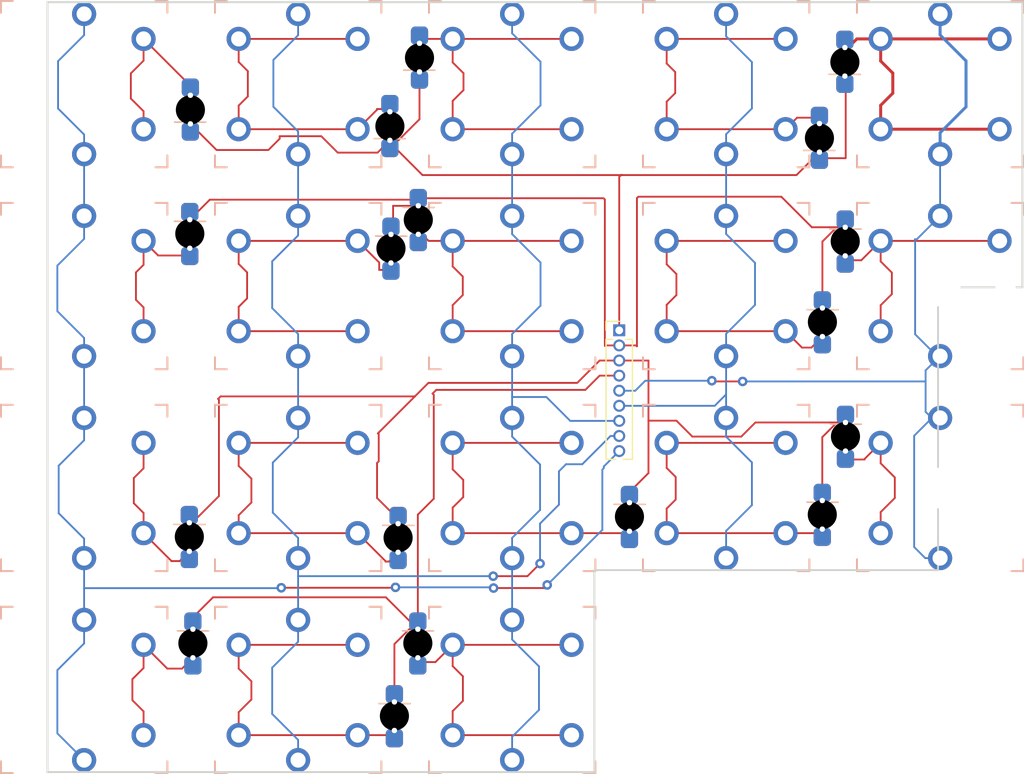
<source format=kicad_pcb>
(kicad_pcb (version 20211014) (generator pcbnew)
  (layers (0 "F.Cu" signal) (31 "B.Cu" signal) (34 "B.Paste" user) (35 "F.Paste" user) (36 "B.SilkS" user "B.Silkscreen") (37 "F.SilkS" user "F.Silkscreen") (38 "B.Mask" user) (39 "F.Mask" user) (44 "Edge.Cuts" user))
  (net 0 "")
  (footprint "Connector_PinHeader_1.27mm:PinHeader_1x09_P1.27mm_Vertical" (layer "F.Cu") (at 144.33 83.08)
    (fp_text reference "REF**" hide)
    (fp_text value "PinHeader_1x09_P1.27mm_Vertical" hide)
  )
  (footprint "SW_KEYBOARD:flipped_smd_diode" (layer "F.Cu") (at 108.26 67.54)
    (fp_text reference "REF**" hide)
    (fp_text value "flipped_smd_diode" hide)
  )
  (footprint "SW_KEYBOARD:SW_PG1350_reversible" (layer "F.Cu") (at 117.32 96.35)
    (fp_text reference "REF**" hide)
    (fp_text value "SW_PG1350_reversible" hide)
  )
  (footprint "SW_KEYBOARD:SW_PG1350_reversible" (layer "F.Cu") (at 99.32 113.35)
    (fp_text reference "REF**" hide)
    (fp_text value "SW_PG1350_reversible" hide)
  )
  (footprint "SW_KEYBOARD:SW_PG1350_reversible" (layer "F.Cu") (at 99.32 96.35)
    (fp_text reference "REF**" hide)
    (fp_text value "SW_PG1350_reversible" hide)
  )
  (footprint "SW_KEYBOARD:wire_loom" (layer "F.Cu") (at 108.28 95.53)
    (fp_text reference "REF**" hide)
    (fp_text value "wire_loom" hide)
  )
  (footprint "SW_KEYBOARD:flipped_smd_diode" (layer "F.Cu") (at 108.17 97.434 180)
    (fp_text reference "REF**" hide)
    (fp_text value "flipped_smd_diode" hide)
  )
  (footprint "SW_KEYBOARD:wire_loom" (layer "F.Cu") (at 126.28 95.53)
    (fp_text reference "REF**" hide)
    (fp_text value "wire_loom" hide)
  )
  (footprint "SW_KEYBOARD:flipped_smd_diode" (layer "F.Cu") (at 125.73 97.514 180)
    (fp_text reference "REF**" hide)
    (fp_text value "flipped_smd_diode" hide)
  )
  (footprint "SW_KEYBOARD:flipped_smd_diode" (layer "F.Cu") (at 125.04 68.926)
    (fp_text reference "REF**" hide)
    (fp_text value "flipped_smd_diode" hide)
  )
  (footprint "SW_KEYBOARD:SW_PG1350_reversible" (layer "F.Cu") (at 171.32 62.35)
    (fp_text reference "REF**" hide)
    (fp_text value "SW_PG1350_reversible" hide)
  )
  (footprint "SW_KEYBOARD:flipped_smd_diode" (layer "F.Cu") (at 125.42 112.514 180)
    (fp_text reference "REF**" hide)
    (fp_text value "flipped_smd_diode" hide)
  )
  (footprint "SW_KEYBOARD:SW_PG1350_reversible" (layer "F.Cu") (at 153.32 79.35)
    (fp_text reference "REF**" hide)
    (fp_text value "SW_PG1350_reversible" hide)
  )
  (footprint "SW_KEYBOARD:flipped_smd_diode" (layer "F.Cu") (at 163.31 63.52)
    (fp_text reference "REF**" hide)
    (fp_text value "flipped_smd_diode" hide)
  )
  (footprint "SW_KEYBOARD:flipped_smd_diode" (layer "F.Cu") (at 163.36 88.994 180)
    (fp_text reference "REF**" hide)
    (fp_text value "flipped_smd_diode" hide)
  )
  (footprint "SW_KEYBOARD:SW_PG1350_reversible" (layer "F.Cu") (at 153.32 96.35)
    (fp_text reference "REF**" hide)
    (fp_text value "SW_PG1350_reversible" hide)
  )
  (footprint "SW_KEYBOARD:flipped_smd_diode" (layer "F.Cu") (at 108.47 106.394 180)
    (fp_text reference "REF**" hide)
    (fp_text value "flipped_smd_diode" hide)
  )
  (footprint "SW_KEYBOARD:flipped_smd_diode" (layer "F.Cu") (at 127.39 106.394 180)
    (fp_text reference "REF**" hide)
    (fp_text value "flipped_smd_diode" hide)
  )
  (footprint "SW_KEYBOARD:flipped_smd_diode" (layer "F.Cu") (at 161.41 95.564 180)
    (fp_text reference "REF**" hide)
    (fp_text value "flipped_smd_diode" hide)
  )
  (footprint "SW_KEYBOARD:flipped_smd_diode" (layer "F.Cu") (at 127.43 70.754 180)
    (fp_text reference "REF**" hide)
    (fp_text value "flipped_smd_diode" hide)
  )
  (footprint "SW_KEYBOARD:flipped_smd_diode" (layer "F.Cu") (at 108.21 71.924 180)
    (fp_text reference "REF**" hide)
    (fp_text value "flipped_smd_diode" hide)
  )
  (footprint "SW_KEYBOARD:flipped_smd_diode" (layer "F.Cu") (at 163.34 72.564 180)
    (fp_text reference "REF**" hide)
    (fp_text value "flipped_smd_diode" hide)
  )
  (footprint "SW_KEYBOARD:SW_PG1350_reversible" (layer "F.Cu") (at 171.32 96.35)
    (fp_text reference "REF**" hide)
    (fp_text value "SW_PG1350_reversible" hide)
  )
  (footprint "SW_KEYBOARD:SW_PG1350_reversible" (layer "F.Cu") (at 135.32 96.35)
    (fp_text reference "REF**" hide)
    (fp_text value "SW_PG1350_reversible" hide)
  )
  (footprint "SW_KEYBOARD:SW_PG1350_reversible" (layer "F.Cu") (at 99.32 79.35)
    (fp_text reference "REF**" hide)
    (fp_text value "SW_PG1350_reversible" hide)
  )
  (footprint "SW_KEYBOARD:SW_PG1350_reversible" (layer "F.Cu") (at 117.32 79.35)
    (fp_text reference "REF**" hide)
    (fp_text value "SW_PG1350_reversible" hide)
  )
  (footprint "SW_KEYBOARD:flipped_smd_diode" (layer "F.Cu") (at 125.13 73.164 180)
    (fp_text reference "REF**" hide)
    (fp_text value "flipped_smd_diode" hide)
  )
  (footprint "SW_KEYBOARD:SW_PG1350_reversible" (layer "F.Cu") (at 153.32 62.35)
    (fp_text reference "REF**" hide)
    (fp_text value "SW_PG1350_reversible" hide)
  )
  (footprint "SW_KEYBOARD:SW_PG1350_reversible" (layer "F.Cu") (at 135.32 62.35)
    (fp_text reference "REF**" hide)
    (fp_text value "SW_PG1350_reversible" hide)
  )
  (footprint "SW_KEYBOARD:flipped_smd_diode" (layer "F.Cu") (at 161.17 69.92)
    (fp_text reference "REF**" hide)
    (fp_text value "flipped_smd_diode" hide)
  )
  (footprint "SW_KEYBOARD:SW_PG1350_reversible" (layer "F.Cu") (at 117.32 62.35)
    (fp_text reference "REF**" hide)
    (fp_text value "SW_PG1350_reversible" hide)
  )
  (footprint "SW_KEYBOARD:SW_PG1350_reversible" (layer "F.Cu") (at 99.32 62.35)
    (fp_text reference "REF**" hide)
    (fp_text value "SW_PG1350_reversible" hide)
  )
  (footprint "SW_KEYBOARD:SW_PG1350_reversible" (layer "F.Cu") (at 135.32 79.35)
    (fp_text reference "REF**" hide)
    (fp_text value "SW_PG1350_reversible" hide)
  )
  (footprint "SW_KEYBOARD:SW_PG1350_reversible" (layer "F.Cu") (at 117.32 113.35)
    (fp_text reference "REF**" hide)
    (fp_text value "SW_PG1350_reversible" hide)
  )
  (footprint "SW_KEYBOARD:SW_PG1350_reversible" (layer "F.Cu") (at 171.32 79.35)
    (fp_text reference "REF**" hide)
    (fp_text value "SW_PG1350_reversible" hide)
  )
  (footprint "SW_KEYBOARD:flipped_smd_diode" (layer "F.Cu") (at 145.19 95.744 180)
    (fp_text reference "REF**" hide)
    (fp_text value "flipped_smd_diode" hide)
  )
  (footprint "SW_KEYBOARD:SW_PG1350_reversible" (layer "F.Cu") (at 135.32 113.35)
    (fp_text reference "REF**" hide)
    (fp_text value "SW_PG1350_reversible" hide)
  )
  (footprint "SW_KEYBOARD:flipped_smd_diode" (layer "F.Cu") (at 127.53 63.166)
    (fp_text reference "REF**" hide)
    (fp_text value "flipped_smd_diode" hide)
  )
  (footprint "SW_KEYBOARD:flipped_smd_diode" (layer "F.Cu") (at 161.42 79.36 180)
    (fp_text reference "REF**" hide)
    (fp_text value "flipped_smd_diode" hide)
  )
  (gr_line (start 171.144972 103.26) (end 171.144972 79.46) (layer "Edge.Cuts") (width 0.16))
  (gr_line (start 96.24 55.46) (end 96.24 120.26) (layer "Edge.Cuts") (width 0.16))
  (gr_line (start 142.24 103.26) (end 171.144972 103.26) (layer "Edge.Cuts") (width 0.16))
  (gr_line (start 96.24 55.46) (end 178.24 55.46) (layer "Edge.Cuts") (width 0.16))
  (gr_line (start 178.24 55.46) (end 178.24 79.46) (layer "Edge.Cuts") (width 0.16))
  (gr_line (start 178.24 79.46) (end 171.144972 79.46) (layer "Edge.Cuts") (width 0.16))
  (gr_line (start 142.24 120.26) (end 142.24 103.26) (layer "Edge.Cuts") (width 0.16))
  (gr_line (start 96.24 120.26) (end 142.24 120.26) (layer "Edge.Cuts") (width 0.16))
  (segment (start 161.68 68.59) (end 161.17 68.08) (width 0.1524) (layer "F.Cu") (net 0))
  (segment (start 104.32 115.15) (end 103.38 114.21) (width 0.1524) (layer "F.Cu") (net 0))
  (segment (start 112.32 98.64) (end 113.39 97.57) (width 0.1524) (layer "F.Cu") (net 0))
  (segment (start 149.08 95.42) (end 148.32 94.66) (width 0.1524) (layer "F.Cu") (net 0))
  (segment (start 110.46 67.9) (end 114.82 67.9) (width 0.1524) (layer "F.Cu") (net 0))
  (segment (start 125.42 116.444) (end 124.714 117.15) (width 0.1524) (layer "F.Cu") (net 0))
  (segment (start 128.064 71.96) (end 143.01 71.96) (width 0.1524) (layer "F.Cu") (net 0))
  (segment (start 124.02 91.76) (end 124.1 91.68) (width 0.1524) (layer "F.Cu") (net 0))
  (segment (start 161.42 75.606209) (end 162.622209 74.404) (width 0.1524) (layer "F.Cu") (net 0))
  (segment (start 145.666 100.15) (end 145.19 99.674) (width 0.1524) (layer "F.Cu") (net 0))
  (segment (start 122.32 75.55) (end 112.32 75.55) (width 0.1524) (layer "F.Cu") (net 0))
  (segment (start 176.32 75.55) (end 166.32 75.55) (width 0.1524) (layer "F.Cu") (net 0))
  (segment (start 127.53 61.326) (end 127.53 65.313791) (width 0.1524) (layer "F.Cu") (net 0))
  (segment (start 126.916 72.08) (end 127.43 72.594) (width 0.1524) (layer "F.Cu") (net 0))
  (segment (start 130.32 111.34) (end 130.32 109.55) (width 0.1524) (layer "F.Cu") (net 0))
  (segment (start 130.32 98) (end 131.21 97.11) (width 0.1524) (layer "F.Cu") (net 0))
  (segment (start 131.17 80.11) (end 131.17 78.55) (width 0.1524) (layer "F.Cu") (net 0))
  (segment (start 145.75 84.35) (end 144.33 84.35) (width 0.1524) (layer "F.Cu") (net 0))
  (segment (start 149.04 63.11) (end 149.04 61.34) (width 0.1524) (layer "F.Cu") (net 0))
  (segment (start 106.32 111.55) (end 107.559 111.55) (width 0.1524) (layer "F.Cu") (net 0))
  (segment (start 103.68 78.2) (end 104.32 77.56) (width 0.1524) (layer "F.Cu") (net 0))
  (segment (start 157.96 71.83) (end 145.94 71.83) (width 0.1524) (layer "F.Cu") (net 0))
  (segment (start 108.17 99.274) (end 108.416 99.274) (width 0.1524) (layer "F.Cu") (net 0))
  (segment (start 166.32 83.15) (end 166.32 80.97) (width 0.1524) (layer "F.Cu") (net 0))
  (segment (start 158.32 66.15) (end 159.29 65.18) (width 0.1524) (layer "F.Cu") (net 0))
  (segment (start 109.894 72.08) (end 126.916 72.08) (width 0.1524) (layer "F.Cu") (net 0))
  (segment (start 154.71 87.38) (end 152.18 87.38) (width 0.1524) (layer "F.Cu") (net 0))
  (segment (start 123.96 64.51) (end 123.96 64.45) (width 0.1524) (layer "F.Cu") (net 0))
  (segment (start 143.12 84.38) (end 143.15 84.35) (width 0.1524) (layer "F.Cu") (net 0))
  (segment (start 122.32 109.55) (end 112.32 109.55) (width 0.1524) (layer "F.Cu") (net 0))
  (segment (start 104.32 94.69) (end 104.32 92.55) (width 0.1524) (layer "F.Cu") (net 0))
  (segment (start 130.32 100.15) (end 140.32 100.15) (width 0.1524) (layer "F.Cu") (net 0))
  (segment (start 148.32 94.66) (end 148.32 92.55) (width 0.1524) (layer "F.Cu") (net 0))
  (segment (start 149.14 80.11) (end 149.14 78.34) (width 0.1524) (layer "F.Cu") (net 0))
  (segment (start 160.534 74.404) (end 157.96 71.83) (width 0.1524) (layer "F.Cu") (net 0))
  (segment (start 148.32 77.52) (end 148.32 75.55) (width 0.1524) (layer "F.Cu") (net 0))
  (segment (start 125.73 98.96) (end 123.96 97.19) (width 0.1524) (layer "F.Cu") (net 0))
  (segment (start 130.32 66.15) (end 140.32 66.15) (width 0.1524) (layer "F.Cu") (net 0))
  (segment (start 125.31 74.824) (end 125.13 75.004) (width 0.1524) (layer "F.Cu") (net 0))
  (segment (start 148.32 83.15) (end 148.32 80.93) (width 0.1524) (layer "F.Cu") (net 0))
  (segment (start 163.31 61.68) (end 163.38 61.75) (width 0.1524) (layer "F.Cu") (net 0))
  (segment (start 128.94 88.09) (end 141.48 88.09) (width 0.1524) (layer "F.Cu") (net 0))
  (segment (start 110.8 88.64) (end 127.14 88.64) (width 0.1524) (layer "F.Cu") (net 0))
  (segment (start 130.32 77.7) (end 130.32 75.55) (width 0.1524) (layer "F.Cu") (net 0))
  (segment (start 112.32 100.15) (end 112.32 98.64) (width 0.1524) (layer "F.Cu") (net 0))
  (segment (start 103.25 63.57) (end 103.25 61.45) (width 0.1524) (layer "F.Cu") (net 0))
  (segment (start 161.41 97.404) (end 161.41 92.066209) (width 0.1524) (layer "F.Cu") (net 0))
  (segment (start 112.32 60.49) (end 112.32 58.55) (width 0.1524) (layer "F.Cu") (net 0))
  (segment (start 130.32 75.55) (end 128.296 75.55) (width 0.1524) (layer "F.Cu") (net 0))
  (segment (start 128.63 88.4) (end 128.94 88.09) (width 0.1524) (layer "F.Cu") (net 0))
  (segment (start 143.15 84.35) (end 144.33 84.35) (width 0.1524) (layer "F.Cu") (net 0))
  (segment (start 158.32 100.15) (end 160.754 100.15) (width 0.1524) (layer "F.Cu") (net 0))
  (segment (start 124.714 117.15) (end 122.32 117.15) (width 0.1524) (layer "F.Cu") (net 0))
  (segment (start 122.32 75.55) (end 124.14 77.37) (width 0.1524) (layer "F.Cu") (net 0))
  (segment (start 113.39 112.62) (end 112.32 111.55) (width 0.1524) (layer "F.Cu") (net 0))
  (segment (start 149.14 90.68) (end 146.79 90.68) (width 0.1524) (layer "F.Cu") (net 0))
  (segment (start 125.475 104.745) (end 125.51 104.71) (width 0.1524) (layer "F.Cu") (net 0))
  (segment (start 131.23 62.86) (end 131.23 61.44) (width 0.1524) (layer "F.Cu") (net 0))
  (segment (start 140.32 83.15) (end 130.32 83.15) (width 0.1524) (layer "F.Cu") (net 0))
  (segment (start 164.071 93.95) (end 163.36 93.239) (width 0.1524) (layer "F.Cu") (net 0))
  (segment (start 149.04 61.34) (end 148.32 60.62) (width 0.1524) (layer "F.Cu") (net 0))
  (segment (start 112.32 117.15) (end 112.32 115.22) (width 0.1524) (layer "F.Cu") (net 0))
  (segment (start 148.32 66.15) (end 148.32 63.83) (width 0.1524) (layer "F.Cu") (net 0))
  (segment (start 125.31 72.6) (end 127.424 72.6) (width 0.1524) (layer "F.Cu") (net 0))
  (segment (start 166.32 75.55) (end 164.69 77.18) (width 0.1524) (layer "F.Cu") (net 0))
  (segment (start 128.216 58.55) (end 127.53 59.236) (width 0.1524) (layer "F.Cu") (net 0))
  (segment (start 143.12 72.07) (end 143.12 84.38) (width 0.1524) (layer "F.Cu") (net 0))
  (segment (start 146.79 85.62) (end 144.33 85.62) (width 0.1524) (layer "F.Cu") (net 0))
  (segment (start 110.16 105.55) (end 124.706 105.55) (width 0.1524) (layer "F.Cu") (net 0))
  (segment (start 163.36 90.834) (end 155.786 90.834) (width 0.1524) (layer "F.Cu") (net 0))
  (segment (start 166.32 58.55) (end 164.31498 58.55) (width 0.25) (layer "F.Cu") (net 0))
  (segment (start 124.14 77.99) (end 124.549 77.99) (width 0.1524) (layer "F.Cu") (net 0))
  (segment (start 122.32 58.55) (end 112.32 58.55) (width 0.1524) (layer "F.Cu") (net 0))
  (segment (start 159.7 84.53) (end 160.495 84.53) (width 0.1524) (layer "F.Cu") (net 0))
  (segment (start 104.32 100.15) (end 106.66 102.49) (width 0.1524) (layer "F.Cu") (net 0))
  (segment (start 104.32 60.38) (end 104.32 58.55) (width 0.1524) (layer "F.Cu") (net 0))
  (segment (start 123.96 94.242209) (end 124.1 94.102209) (width 0.1524) (layer "F.Cu") (net 0))
  (segment (start 145.82 71.95) (end 145.82 84.42) (width 0.1524) (layer "F.Cu") (net 0))
  (segment (start 144.33 70.16) (end 144.33 83.08) (width 0.1524) (layer "F.Cu") (net 0))
  (segment (start 130.32 100.15) (end 130.32 98) (width 0.1524) (layer "F.Cu") (net 0))
  (segment (start 125.04 67.086) (end 125.04 67.27) (width 0.1524) (layer "F.Cu") (net 0))
  (segment (start 164.69 77.18) (end 163.711 77.18) (width 0.1524) (layer "F.Cu") (net 0))
  (segment (start 104.32 100.15) (end 104.32 98.45) (width 0.1524) (layer "F.Cu") (net 0))
  (segment (start 146.79 90.68) (end 146.79 85.62) (width 0.1524) (layer "F.Cu") (net 0))
  (segment (start 112.32 77.49) (end 112.32 75.55) (width 0.1524) (layer "F.Cu") (net 0))
  (segment (start 167.51 97.19) (end 167.51 95.46) (width 0.1524) (layer "F.Cu") (net 0))
  (segment (start 108.47 107.24) (end 110.16 105.55) (width 0.1524) (layer "F.Cu") (net 0))
  (segment (start 130.32 60.53) (end 130.32 58.55) (width 0.1524) (layer "F.Cu") (net 0))
  (segment (start 142.68 86.89) (end 144.33 86.89) (width 0.1524) (layer "F.Cu") (net 0))
  (segment (start 143.01 71.96) (end 143.12 72.07) (width 0.1524) (layer "F.Cu") (net 0))
  (segment (start 149.14 78.34) (end 148.32 77.52) (width 0.1524) (layer "F.Cu") (net 0))
  (segment (start 113.03 78.2) (end 112.32 77.49) (width 0.1524) (layer "F.Cu") (net 0))
  (segment (start 163.711 77.18) (end 163.34 76.809) (width 0.1524) (layer "F.Cu") (net 0))
  (segment (start 130.32 58.55) (end 140.32 58.55) (width 0.1524) (layer "F.Cu") (net 0))
  (segment (start 108.416 99.274) (end 110.66 97.03) (width 0.1524) (layer "F.Cu") (net 0))
  (segment (start 167.34 61.43) (end 166.32 60.41) (width 0.25) (layer "F.Cu") (net 0))
  (segment (start 108.26 65.7) (end 110.46 67.9) (width 0.1524) (layer "F.Cu") (net 0))
  (segment (start 113.39 95.56) (end 112.32 94.49) (width 0.1524) (layer "F.Cu") (net 0))
  (segment (start 128.296 75.55) (end 127.43 74.684) (width 0.1524) (layer "F.Cu") (net 0))
  (segment (start 131.21 97.11) (end 131.21 95.67) (width 0.1524) (layer "F.Cu") (net 0))
  (segment (start 127.751 111) (end 127.39 110.639) (width 0.1524) (layer "F.Cu") (net 0))
  (segment (start 155.786 90.834) (end 154.6 92.02) (width 0.1524) (layer "F.Cu") (net 0))
  (segment (start 161.42 81.2) (end 161.42 75.606209) (width 0.1524) (layer "F.Cu") (net 0))
  (segment (start 115.77 66.74) (end 119.27 66.74) (width 0.1524) (layer "F.Cu") (net 0))
  (segment (start 124.14 77.37) (end 124.14 77.99) (width 0.1524) (layer "F.Cu") (net 0))
  (segment (start 113.03 80.39) (end 113.03 78.2) (width 0.1524) (layer "F.Cu") (net 0))
  (segment (start 144.48 70.01) (end 144.33 70.16) (width 0.1524) (layer "F.Cu") (net 0))
  (segment (start 160.754 100.15) (end 161.41 99.494) (width 0.1524) (layer "F.Cu") (net 0))
  (segment (start 163.38 68.57) (end 163.36 68.59) (width 0.1524) (layer "F.Cu") (net 0))
  (segment (start 107.559 111.55) (end 108.47 110.639) (width 0.1524) (layer "F.Cu") (net 0))
  (segment (start 103.38 112.44) (end 104.32 111.5) (width 0.1524) (layer "F.Cu") (net 0))
  (segment (start 112.32 81.1) (end 113.03 80.39) (width 0.1524) (layer "F.Cu") (net 0))
  (segment (start 124.549 77.99) (end 125.13 77.409) (width 0.1524) (layer "F.Cu") (net 0))
  (segment (start 104.32 109.55) (end 106.32 111.55) (width 0.1524) (layer "F.Cu") (net 0))
  (segment (start 161.17 68.08) (end 159.24 70.01) (width 0.1524) (layer "F.Cu") (net 0))
  (segment (start 104.32 66.15) (end 104.32 64.64) (width 0.1524) (layer "F.Cu") (net 0))
  (segment (start 113.39 97.57) (end 113.39 95.56) (width 0.1524) (layer "F.Cu") (net 0))
  (segment (start 125.04 67.27) (end 127.78 70.01) (width 0.1524) (layer "F.Cu") (net 0))
  (segment (start 127.53 65.313791) (end 125.757791 67.086) (width 0.1524) (layer "F.Cu") (net 0))
  (segment (start 113.09 61.26) (end 112.32 60.49) (width 0.1524) (layer "F.Cu") (net 0))
  (segment (start 166.32 94.27) (end 166.32 92.55) (width 0.1524) (layer "F.Cu") (net 0))
  (segment (start 124.1 94.102209) (end 124.1 91.68) (width 0.1524) (layer "F.Cu") (net 0))
  (segment (start 167.26 78.22) (end 166.32 77.28) (width 0.1524) (layer "F.Cu") (net 0))
  (segment (start 148.32 98.08) (end 149.08 97.32) (width 0.1524) (layer "F.Cu") (net 0))
  (segment (start 158.32 83.15) (end 148.32 83.15) (width 0.1524) (layer "F.Cu") (net 0))
  (segment (start 104.32 77.56) (end 104.32 75.55) (width 0.1524) (layer "F.Cu") (net 0))
  (segment (start 163.36 68.59) (end 161.68 68.59) (width 0.1524) (layer "F.Cu") (net 0))
  (segment (start 158.32 100.15) (end 148.32 100.15) (width 0.1524) (layer "F.Cu") (net 0))
  (segment (start 126.672209 108.234) (end 127.39 108.234) (width 0.1524) (layer "F.Cu") (net 0))
  (segment (start 133.73 103.77) (end 136.61 103.77) (width 0.1524) (layer "F.Cu") (net 0))
  (segment (start 125.73 99.354) (end 125.73 98.96) (width 0.1524) (layer "F.Cu") (net 0))
  (segment (start 125.31 72.6) (end 125.31 74.824) (width 0.1524) (layer "F.Cu") (net 0))
  (segment (start 176.32 66.15) (end 166.32 66.15) (width 0.25) (layer "F.Cu") (net 0))
  (segment (start 163.34 74.404) (end 160.534 74.404) (width 0.1524) (layer "F.Cu") (net 0))
  (segment (start 112.32 66.15) (end 112.32 64.16) (width 0.1524) (layer "F.Cu") (net 0))
  (segment (start 124.006 68.12) (end 125.04 67.086) (width 0.1524) (layer "F.Cu") (net 0))
  (segment (start 124.949 102.54) (end 125.73 101.759) (width 0.1524) (layer "F.Cu") (net 0))
  (segment (start 130.32 66.15) (end 130.32 63.77) (width 0.1524) (layer "F.Cu") (net 0))
  (segment (start 150.48 92.02) (end 149.14 90.68) (width 0.1524) (layer "F.Cu") (net 0))
  (segment (start 164.97 93.95) (end 164.071 93.95) (width 0.1524) (layer "F.Cu") (net 0))
  (segment (start 123.96 97.19) (end 123.96 94.242209) (width 0.1524) (layer "F.Cu") (net 0))
  (segment (start 130.32 117.15) (end 140.32 117.15) (width 0.1524) (layer "F.Cu") (net 0))
  (segment (start 128.73 97.25) (end 128.73 88.5) (width 0.1524) (layer "F.Cu") (net 0))
  (segment (start 142.68 85.62) (end 144.33 85.62) (width 0.1524) (layer "F.Cu") (net 0))
  (segment (start 130.32 63.77) (end 131.23 62.86) (width 0.1524) (layer "F.Cu") (net 0))
  (segment (start 125.757791 67.086) (end 125.04 67.086) (width 0.1524) (layer "F.Cu") (net 0))
  (segment (start 149.08 97.32) (end 149.08 95.42) (width 0.1524) (layer "F.Cu") (net 0))
  (segment (start 112.32 94.49) (end 112.32 92.55) (width 0.1524) (layer "F.Cu") (net 0))
  (segment (start 148.32 60.62) (end 148.32 58.55) (width 0.1524) (layer "F.Cu") (net 0))
  (segment (start 159.24 70.01) (end 144.57 70.01) (width 0.1524) (layer "F.Cu") (net 0))
  (segment (start 164.31498 58.55) (end 163.31 59.55498) (width 0.25) (layer "F.Cu") (net 0))
  (segment (start 125.42 109.486209) (end 126.672209 108.234) (width 0.1524) (layer "F.Cu") (net 0))
  (segment (start 112.32 83.15) (end 112.32 81.1) (width 0.1524) (layer "F.Cu") (net 0))
  (segment (start 124.1 91.68) (end 127.14 88.64) (width 0.1524) (layer "F.Cu") (net 0))
  (segment (start 145.19 96.69) (end 146.79 95.09) (width 0.1524) (layer "F.Cu") (net 0))
  (segment (start 104.32 58.55) (end 108.26 62.49) (width 0.1524) (layer "F.Cu") (net 0))
  (segment (start 130.32 115.13) (end 131.18 114.27) (width 0.1524) (layer "F.Cu") (net 0))
  (segment (start 124.68 102.51) (end 124.68 102.54) (width 0.1524) (layer "F.Cu") (net 0))
  (segment (start 104.32 83.15) (end 104.32 81.15) (width 0.1524) (layer "F.Cu") (net 0))
  (segment (start 119.27 66.74) (end 120.65 68.12) (width 0.1524) (layer "F.Cu") (net 0))
  (segment (start 140.32 109.55) (end 130.32 109.55) (width 0.1524) (layer "F.Cu") (net 0))
  (segment (start 130.32 75.55) (end 140.32 75.55) (width 0.1524) (layer "F.Cu") (net 0))
  (segment (start 107.349 102.5) (end 108.17 101.679) (width 0.1524) (layer "F.Cu") (net 0))
  (segment (start 104.32 111.5) (end 104.32 109.55) (width 0.1524) (layer "F.Cu") (net 0))
  (segment (start 158.32 66.15) (end 148.32 66.15) (width 0.1524) (layer "F.Cu") (net 0))
  (segment (start 166.32 66.15) (end 166.32 64.14) (width 0.25) (layer "F.Cu") (net 0))
  (segment (start 159.29 65.18) (end 160.675 65.18) (width 0.1524) (layer "F.Cu") (net 0))
  (segment (start 105.55 76.78) (end 107.599 76.78) (width 0.1524) (layer "F.Cu") (net 0))
  (segment (start 112.32 117.15) (end 122.32 117.15) (width 0.1524) (layer "F.Cu") (net 0))
  (segment (start 103.5 95.51) (end 104.32 94.69) (width 0.1524) (layer "F.Cu") (net 0))
  (segment (start 158.32 58.55) (end 148.32 58.55) (width 0.1524) (layer "F.Cu") (net 0))
  (segment (start 108.47 108.234) (end 108.47 107.24) (width 0.1524) (layer "F.Cu") (net 0))
  (segment (start 166.32 92.55) (end 164.97 93.9) (width 0.1524) (layer "F.Cu") (net 0))
  (segment (start 122.32 100.15) (end 124.68 102.51) (width 0.1524) (layer "F.Cu") (net 0))
  (segment (start 128.87 111) (end 127.751 111) (width 0.1524) (layer "F.Cu") (net 0))
  (segment (start 110.59 88.85) (end 110.8 88.64) (width 0.1524) (layer "F.Cu") (net 0))
  (segment (start 127.43 72.594) (end 128.064 71.96) (width 0.1524) (layer "F.Cu") (net 0))
  (segment (start 152.18 87.38) (end 152.12 87.32) (width 0.1524) (layer "F.Cu") (net 0))
  (segment (start 167.26 80.03) (end 167.26 78.22) (width 0.1524) (layer "F.Cu") (net 0))
  (segment (start 161.41 92.066209) (end 162.642209 90.834) (width 0.1524) (layer "F.Cu") (net 0))
  (segment (start 131.17 78.55) (end 130.32 77.7) (width 0.1524) (layer "F.Cu") (net 0))
  (segment (start 167.51 95.46) (end 166.32 94.27) (width 0.1524) (layer "F.Cu") (net 0))
  (segment (start 127.39 98.59) (end 128.73 97.25) (width 0.1524) (layer "F.Cu") (net 0))
  (segment (start 122.32 92.55) (end 112.32 92.55) (width 0.1524) (layer "F.Cu") (net 0))
  (segment (start 160.675 65.18) (end 161.17 65.675) (width 0.1524) (layer "F.Cu") (net 0))
  (segment (start 110.66 88.92) (end 110.59 88.85) (width 0.1524) (layer "F.Cu") (net 0))
  (segment (start 106.66 102.5) (end 107.349 102.5) (width 0.1524) (layer "F.Cu") (net 0))
  (segment (start 162.642209 90.834) (end 163.36 90.834) (width 0.1524) (layer "F.Cu") (net 0))
  (segment (start 146.79 95.09) (end 146.79 90.68) (width 0.1524) (layer "F.Cu") (net 0))
  (segment (start 166.32 100.15) (end 166.32 98.38) (width 0.1524) (layer "F.Cu") (net 0))
  (segment (start 128.73 88.5) (end 128.63 88.4) (width 0.1524) (layer "F.Cu") (net 0))
  (segment (start 164.97 93.9) (end 164.97 93.95) (width 0.1524) (layer "F.Cu") (net 0))
  (segment (start 130.32 109.55) (end 128.87 111) (width 0.1524) (layer "F.Cu") (net 0))
  (segment (start 144.57 70.01) (end 144.48 70.01) (width 0.1524) (layer "F.Cu") (net 0))
  (segment (start 104.32 64.64) (end 103.25 63.57) (width 0.1524) (layer "F.Cu") (net 0))
  (segment (start 124.706 105.55) (end 127.39 108.234) (width 0.1524) (layer "F.Cu") (net 0))
  (segment (start 122.32 100.15) (end 112.32 100.15) (width 0.1524) (layer "F.Cu") (net 0))
  (segment (start 124.809 64.45) (end 125.04 64.681) (width 0.1524) (layer "F.Cu") (net 0))
  (segment (start 176.32 58.55) (end 166.32 58.55) (width 0.25) (layer "F.Cu") (net 0))
  (segment (start 167.34 63.12) (end 167.34 61.43) (width 0.25) (layer "F.Cu") (net 0))
  (segment (start 158.32 92.55) (end 148.32 92.55) (width 0.1524) (layer "F.Cu") (net 0))
  (segment (start 133.76 104.77) (end 138.01 104.77) (width 0.1524) (layer "F.Cu") (net 0))
  (segment (start 115.77 66.95) (end 115.77 66.74) (width 0.1524) (layer "F.Cu") (net 0))
  (segment (start 130.32 83.15) (end 130.32 80.96) (width 0.1524) (layer "F.Cu") (net 0))
  (segment (start 141.48 88.09) (end 142.68 86.89) (width 0.1524) (layer "F.Cu") (net 0))
  (segment (start 163.38 61.75) (end 163.38 68.57) (width 0.1524) (layer "F.Cu") (net 0))
  (segment (start 127.39 108.234) (end 127.39 98.59) (width 0.1524) (layer "F.Cu") (net 0))
  (segment (start 125.42 114.354) (end 125.42 109.486209) (width 0.1524) (layer "F.Cu") (net 0))
  (segment (start 115.905 104.745) (end 125.475 104.745) (width 0.1524) (layer "F.Cu") (net 0))
  (segment (start 154.6 92.02) (end 150.48 92.02) (width 0.1524) (layer "F.Cu") (net 0))
  (segment (start 104.32 117.15) (end 104.32 115.15) (width 0.1524) (layer "F.Cu") (net 0))
  (segment (start 122.32 66.15) (end 112.32 66.15) (width 0.1524) (layer "F.Cu") (net 0))
  (segment (start 166.32 98.38) (end 167.51 97.19) (width 0.1524) (layer "F.Cu") (net 0))
  (segment (start 113.39 114.15) (end 113.39 112.62) (width 0.1524) (layer "F.Cu") (net 0))
  (segment (start 112.32 111.55) (end 112.32 109.55) (width 0.1524) (layer "F.Cu") (net 0))
  (segment (start 127.78 70.01) (end 144.57 70.01) (width 0.1524) (layer "F.Cu") (net 0))
  (segment (start 130.32 94.78) (end 130.32 92.55) (width 0.1524) (layer "F.Cu") (net 0))
  (segment (start 138.01 104.77) (end 138.27 104.51) (width 0.1524) (layer "F.Cu") (net 0))
  (segment (start 158.32 75.55) (end 148.32 75.55) (width 0.1524) (layer "F.Cu") (net 0))
  (segment (start 131.23 61.44) (end 130.32 60.53) (width 0.1524) (layer "F.Cu") (net 0))
  (segment (start 128.28 87.5) (end 140.8 87.5) (width 0.1524) (layer "F.Cu") (net 0))
  (segment (start 127.14 88.64) (end 128.28 87.5) (width 0.1524) (layer "F.Cu") (net 0))
  (segment (start 103.5 97.63) (end 103.5 95.51) (width 0.1524) (layer "F.Cu") (net 0))
  (segment (start 120.65 68.12) (end 124.006 68.12) (width 0.1524) (layer "F.Cu") (net 0))
  (segment (start 144.714 100.15) (end 145.19 99.674) (width 0.1524) (layer "F.Cu") (net 0))
  (segment (start 108.21 73.764) (end 109.894 72.08) (width 0.1524) (layer "F.Cu") (net 0))
  (segment (start 114.82 67.9) (end 115.77 66.95) (width 0.1524) (layer "F.Cu") (net 0))
  (segment (start 125.13 75.004) (end 125.13 74.176209) (width 0.1524) (layer "F.Cu") (net 0))
  (segment (start 145.82 84.42) (end 145.75 84.35) (width 0.1524) (layer "F.Cu") (net 0))
  (segment (start 127.424 72.6) (end 127.43 72.594) (width 0.1524) (layer "F.Cu") (net 0))
  (segment (start 136.61 103.77) (end 137.67 102.71) (width 0.1524) (layer "F.Cu") (net 0))
  (segment (start 124.68 102.54) (end 124.949 102.54) (width 0.1524) (layer "F.Cu") (net 0))
  (segment (start 130.32 58.55) (end 128.216 58.55) (width 0.1524) (layer "F.Cu") (net 0))
  (segment (start 145.94 71.83) (end 145.82 71.95) (width 0.1524) (layer "F.Cu") (net 0))
  (segment (start 123.96 64.45) (end 124.809 64.45) (width 0.1524) (layer "F.Cu") (net 0))
  (segment (start 160.495 84.53) (end 161.42 83.605) (width 0.1524) (layer "F.Cu") (net 0))
  (segment (start 112.32 64.16) (end 113.09 63.39) (width 0.1524) (layer "F.Cu") (net 0))
  (segment (start 148.32 80.93) (end 149.14 80.11) (width 0.1524) (layer "F.Cu") (net 0))
  (segment (start 130.32 117.15) (end 130.32 115.13) (width 0.1524) (layer "F.Cu") (net 0))
  (segment (start 166.32 60.41) (end 166.32 58.55) (width 0.25) (layer "F.Cu") (net 0))
  (segment (start 148.32 100.15) (end 148.32 98.08) (width 0.1524) (layer "F.Cu") (net 0))
  (segment (start 131.18 114.27) (end 131.18 112.2) (width 0.1524) (layer "F.Cu") (net 0))
  (segment (start 107.599 76.78) (end 108.21 76.169) (width 0.1524) (layer "F.Cu") (net 0))
  (segment (start 162.622209 74.404) (end 163.34 74.404) (width 0.1524) (layer "F.Cu") (net 0))
  (segment (start 166.32 80.97) (end 167.26 80.03) (width 0.1524) (layer "F.Cu") (net 0))
  (segment (start 104.32 81.15) (end 103.68 80.51) (width 0.1524) (layer "F.Cu") (net 0))
  (segment (start 140.8 87.5) (end 142.68 85.62) (width 0.1524) (layer "F.Cu") (net 0))
  (segment (start 104.32 98.45) (end 103.5 97.63) (width 0.1524) (layer "F.Cu") (net 0))
  (segment (start 140.32 92.55) (end 130.32 92.55) (width 0.1524) (layer "F.Cu") (net 0))
  (segment (start 103.68 80.51) (end 103.68 78.2) (width 0.1524) (layer "F.Cu") (net 0))
  (segment (start 145.19 97.584) (end 145.19 96.69) (width 0.1524) (layer "F.Cu") (net 0))
  (segment (start 122.32 83.15) (end 112.32 83.15) (width 0.1524) (layer "F.Cu") (net 0))
  (segment (start 103.38 114.21) (end 103.38 112.44) (width 0.1524) (layer "F.Cu") (net 0))
  (segment (start 140.32 100.15) (end 144.714 100.15) (width 0.1524) (layer "F.Cu") (net 0))
  (segment (start 110.66 97.03) (end 110.66 88.92) (width 0.1524) (layer "F.Cu") (net 0))
  (segment (start 108.26 62.49) (end 108.26 63.61) (width 0.1524) (layer "F.Cu") (net 0))
  (segment (start 130.32 80.96) (end 131.17 80.11) (width 0.1524) (layer "F.Cu") (net 0))
  (segment (start 166.32 77.28) (end 166.32 75.55) (width 0.1524) (layer "F.Cu") (net 0))
  (segment (start 106.66 102.49) (end 106.66 102.5) (width 0.1524) (layer "F.Cu") (net 0))
  (segment (start 158.32 83.15) (end 159.7 84.53) (width 0.1524) (layer "F.Cu") (net 0))
  (segment (start 104.32 75.55) (end 105.55 76.78) (width 0.1524) (layer "F.Cu") (net 0))
  (segment (start 103.25 61.45) (end 104.32 60.38) (width 0.1524) (layer "F.Cu") (net 0))
  (segment (start 112.32 115.22) (end 113.39 114.15) (width 0.1524) (layer "F.Cu") (net 0))
  (segment (start 113.09 63.39) (end 113.09 61.26) (width 0.1524) (layer "F.Cu") (net 0))
  (segment (start 148.32 63.83) (end 149.04 63.11) (width 0.1524) (layer "F.Cu") (net 0))
  (segment (start 166.32 64.14) (end 167.34 63.12) (width 0.25) (layer "F.Cu") (net 0))
  (segment (start 122.32 66.15) (end 123.96 64.51) (width 0.1524) (layer "F.Cu") (net 0))
  (segment (start 131.18 112.2) (end 130.32 111.34) (width 0.1524) (layer "F.Cu") (net 0))
  (segment (start 131.21 95.67) (end 130.32 94.78) (width 0.1524) (layer "F.Cu") (net 0))
  (via (at 137.67 102.71) (size 0.8) (drill 0.4) (layers "F.Cu" "B.Cu") (net 0))
  (via (at 125.51 104.71) (size 0.8) (drill 0.4) (layers "F.Cu" "B.Cu") (net 0))
  (via (at 133.76 104.77) (size 0.8) (drill 0.4) (layers "F.Cu" "B.Cu") (net 0))
  (via (at 152.12 87.32) (size 0.8) (drill 0.4) (layers "F.Cu" "B.Cu") (net 0))
  (via (at 133.73 103.77) (size 0.8) (drill 0.4) (layers "F.Cu" "B.Cu") (net 0))
  (via (at 115.905 104.745) (size 0.8) (drill 0.4) (layers "F.Cu" "B.Cu") (net 0))
  (via (at 154.71 87.38) (size 0.8) (drill 0.4) (layers "F.Cu" "B.Cu") (net 0))
  (via (at 138.27 104.51) (size 0.8) (drill 0.4) (layers "F.Cu" "B.Cu") (net 0))
  (segment (start 97.18 94.47) (end 97.18 98.47) (width 0.1524) (layer "B.Cu") (net 0))
  (segment (start 155.49 97.79) (end 155.49 94.2) (width 0.1524) (layer "B.Cu") (net 0))
  (segment (start 135.32 92.02) (end 135.32 90.45) (width 0.1524) (layer "B.Cu") (net 0))
  (segment (start 143.6 91.97) (end 144.33 91.97) (width 0.1524) (layer "B.Cu") (net 0))
  (segment (start 153.32 102.25) (end 153.32 99.96) (width 0.1524) (layer "B.Cu") (net 0))
  (segment (start 117.32 90.45) (end 117.32 85.25) (width 0.1524) (layer "B.Cu") (net 0))
  (segment (start 173.5 64.27) (end 173.5 60.4) (width 0.25) (layer "B.Cu") (net 0))
  (segment (start 97.18 98.47) (end 99.32 100.61) (width 0.1524) (layer "B.Cu") (net 0))
  (segment (start 99.32 83.72) (end 99.32 85.25) (width 0.1524) (layer "B.Cu") (net 0))
  (segment (start 99.32 56.45) (end 99.32 58.23) (width 0.1524) (layer "B.Cu") (net 0))
  (segment (start 117.32 102.25) (end 117.32 100.55) (width 0.1524) (layer "B.Cu") (net 0))
  (segment (start 137.71 64.14) (end 137.71 60.47) (width 0.1524) (layer "B.Cu") (net 0))
  (segment (start 153.32 66.57) (end 155.49 64.4) (width 0.1524) (layer "B.Cu") (net 0))
  (segment (start 97.07 77.63) (end 97.07 81.47) (width 0.1524) (layer "B.Cu") (net 0))
  (segment (start 135.32 58.08) (end 135.32 56.45) (width 0.1524) (layer "B.Cu") (net 0))
  (segment (start 170.1 87.38) (end 170.1 86.45) (width 0.1524) (layer "B.Cu") (net 0))
  (segment (start 117.32 83.39) (end 115.14 81.21) (width 0.1524) (layer "B.Cu") (net 0))
  (segment (start 117.32 58.24) (end 117.32 56.45) (width 0.1524) (layer "B.Cu") (net 0))
  (segment (start 115.14 81.21) (end 115.14 77.27) (width 0.1524) (layer "B.Cu") (net 0))
  (segment (start 171.06 85.25) (end 169.22 83.41) (width 0.1524) (layer "B.Cu") (net 0))
  (segment (start 97.13 64.41) (end 99.32 66.6) (width 0.1524) (layer "B.Cu") (net 0))
  (segment (start 152.12 87.32) (end 146.52 87.32) (width 0.1524) (layer "B.Cu") (net 0))
  (segment (start 135.32 66.53) (end 137.71 64.14) (width 0.1524) (layer "B.Cu") (net 0))
  (segment (start 135.32 68.25) (end 135.32 66.53) (width 0.1524) (layer "B.Cu") (net 0))
  (segment (start 169.14 91.95) (end 170.64 90.45) (width 0.1524) (layer "B.Cu") (net 0))
  (segment (start 115.14 111.47) (end 117.32 109.29) (width 0.1524) (layer "B.Cu") (net 0))
  (segment (start 135.32 119.25) (end 135.32 117.29) (width 0.1524) (layer "B.Cu") (net 0))
  (segment (start 99.32 107.45) (end 99.32 109.43) (width 0.1524) (layer "B.Cu") (net 0))
  (segment (start 115.14 115.37) (end 115.14 111.47) (width 0.1524) (layer "B.Cu") (net 0))
  (segment (start 117.32 117.55) (end 115.14 115.37) (width 0.1524) (layer "B.Cu") (net 0))
  (segment (start 170.1 87.38) (end 154.71 87.38) (width 0.1524) (layer "B.Cu") (net 0))
  (segment (start 99.32 92.33) (end 97.18 94.47) (width 0.1524) (layer "B.Cu") (net 0))
  (segment (start 115.19 94.21) (end 117.32 92.08) (width 0.1524) (layer "B.Cu") (net 0))
  (segment (start 99.32 73.45) (end 99.32 75.38) (width 0.1524) (layer "B.Cu") (net 0))
  (segment (start 115.87 104.78) (end 115.905 104.745) (width 0.1524) (layer "B.Cu") (net 0))
  (segment (start 99.32 104.78) (end 115.87 104.78) (width 0.1524) (layer "B.Cu") (net 0))
  (segment (start 140.21 90.7) (end 144.33 90.7) (width 0.1524) (layer "B.Cu") (net 0))
  (segment (start 137.71 77.37) (end 135.32 74.98) (width 0.1524) (layer "B.Cu") (net 0))
  (segment (start 153.32 88.47) (end 152.36 89.43) (width 0.1524) (layer "B.Cu") (net 0))
  (segment (start 143.03 94.54) (end 144.33 93.24) (width 0.1524) (layer "B.Cu") (net 0))
  (segment (start 154.71 87.38) (end 154.65 87.32) (width 0.1524) (layer "B.Cu") (net 0))
  (segment (start 142.91 94.8) (end 143.03 94.68) (width 0.1524) (layer "B.Cu") (net 0))
  (segment (start 137.67 98.2) (end 137.67 94.37) (width 0.1524) (layer "B.Cu") (net 0))
  (segment (start 115.24 60.32) (end 117.32 58.24) (width 0.1524) (layer "B.Cu") (net 0))
  (segment (start 117.32 119.25) (end 117.32 117.55) (width 0.1524) (layer "B.Cu") (net 0))
  (segment (start 153.32 85.25) (end 153.32 88.47) (width 0.1524) (layer "B.Cu") (net 0))
  (segment (start 117.32 103.77) (end 117.32 102.25) (width 0.1524) (layer "B.Cu") (net 0))
  (segment (start 170.615969 90.45) (end 170.1 89.934031) (width 0.1524) (layer "B.Cu") (net 0))
  (segment (start 135.32 88.69) (end 135.32 85.25) (width 0.1524) (layer "B.Cu") (net 0))
  (segment (start 142.91 99.87) (end 142.91 94.8) (width 0.1524) (layer "B.Cu") (net 0))
  (segment (start 171.32 58.22) (end 171.32 56.45) (width 0.25) (layer "B.Cu") (net 0))
  (segment (start 117.32 109.29) (end 117.32 107.45) (width 0.1524) (layer "B.Cu") (net 0))
  (segment (start 143.03 94.68) (end 143.03 94.54) (width 0.1524) (layer "B.Cu") (net 0))
  (segment (start 138.27 104.51) (end 142.91 99.87) (width 0.1524) (layer "B.Cu") (net 0))
  (segment (start 135.32 109.1) (end 135.32 107.45) (width 0.1524) (layer "B.Cu") (net 0))
  (segment (start 170.1 89.934031) (end 170.1 87.38) (width 0.1524) (layer "B.Cu") (net 0))
  (segment (start 99.32 107.45) (end 99.32 104.78) (width 0.1524) (layer "B.Cu") (net 0))
  (segment (start 138.2 88.69) (end 140.21 90.7) (width 0.1524) (layer "B.Cu") (net 0))
  (segment (start 115.14 77.27) (end 117.32 75.09) (width 0.1524) (layer "B.Cu") (net 0))
  (segment (start 99.32 58.23) (end 97.13 60.42) (width 0.1524) (layer "B.Cu") (net 0))
  (segment (start 99.32 66.6) (end 99.32 68.25) (width 0.1524) (layer "B.Cu") (net 0))
  (segment (start 139.26 97.75) (end 139.26 94.94) (width 0.1524) (layer "B.Cu") (net 0))
  (segment (start 135.32 83.39) (end 137.71 81) (width 0.1524) (layer "B.Cu") (net 0))
  (segment (start 135.32 102.25) (end 135.32 100.55) (width 0.1524) (layer "B.Cu") (net 0))
  (segment (start 125.51 104.71) (end 133.7 104.71) (width 0.1524) (layer "B.Cu") (net 0))
  (segment (start 117.32 85.25) (end 117.32 83.39) (width 0.1524) (layer "B.Cu") (net 0))
  (segment (start 169.22 75.44) (end 169.2 75.42) (width 0.1524) (layer "B.Cu") (net 0))
  (segment (start 117.32 100.55) (end 115.19 98.42) (width 0.1524) (layer "B.Cu") (net 0))
  (segment (start 171.32 68.25) (end 171.32 66.45) (width 0.25) (layer "B.Cu") (net 0))
  (segment (start 117.32 92.08) (end 117.32 90.45) (width 0.1524) (layer "B.Cu") (net 0))
  (segment (start 135.32 107.45) (end 135.32 102.25) (width 0.1524) (layer "B.Cu") (net 0))
  (segment (start 153.32 68.25) (end 153.32 66.57) (width 0.1524) (layer "B.Cu") (net 0))
  (segment (start 170.1 86.45) (end 171.068752 85.481248) (width 0.1524) (layer "B.Cu") (net 0))
  (segment (start 155.49 64.4) (end 155.49 60.5) (width 0.1524) (layer "B.Cu") (net 0))
  (segment (start 173.5 60.4) (end 171.32 58.22) (width 0.25) (layer "B.Cu") (net 0))
  (segment (start 115.24 64.26) (end 115.24 60.32) (width 0.1524) (layer "B.Cu") (net 0))
  (segment (start 99.32 109.43) (end 97.07 111.68) (width 0.1524) (layer "B.Cu") (net 0))
  (segment (start 137.67 102.71) (end 137.67 99.34) (width 0.1524) (layer "B.Cu") (net 0))
  (segment (start 135.32 85.25) (end 135.32 83.39) (width 0.1524) (layer "B.Cu") (net 0))
  (segment (start 153.32 88.47) (end 153.32 90.45) (width 0.1524) (layer "B.Cu") (net 0))
  (segment (start 99.32 75.38) (end 97.07 77.63) (width 0.1524) (layer "B.Cu") (net 0))
  (segment (start 169.22 83.41) (end 169.22 75.44) (width 0.1524) (layer "B.Cu") (net 0))
  (segment (start 117.32 107.45) (end 117.32 103.77) (width 0.1524) (layer "B.Cu") (net 0))
  (segment (start 139.85 94.35) (end 141.22 94.35) (width 0.1524) (layer "B.Cu") (net 0))
  (segment (start 153.32 99.96) (end 155.49 97.79) (width 0.1524) (layer "B.Cu") (net 0))
  (segment (start 97.07 117) (end 99.32 119.25) (width 0.1524) (layer "B.Cu") (net 0))
  (segment (start 171.32 66.45) (end 173.5 64.27) (width 0.25) (layer "B.Cu") (net 0))
  (segment (start 153.32 83.37) (end 155.75 80.94) (width 0.1524) (layer "B.Cu") (net 0))
  (segment (start 99.32 68.25) (end 99.32 73.45) (width 0.1524) (layer "B.Cu") (net 0))
  (segment (start 137.71 60.47) (end 135.32 58.08) (width 0.1524) (layer "B.Cu") (net 0))
  (segment (start 135.32 117.29) (end 137.58 115.03) (width 0.1524) (layer "B.Cu") (net 0))
  (segment (start 135.32 90.45) (end 135.32 88.69) (width 0.1524) (layer "B.Cu") (net 0))
  (segment (start 99.32 90.45) (end 99.32 85.25) (width 0.1524) (layer "B.Cu") (net 0))
  (segment (start 153.32 74.97) (end 153.32 73.45) (width 0.1524) (layer "B.Cu") (net 0))
  (segment (start 171.32 73.45) (end 171.32 68.25) (width 0.1524) (layer "B.Cu") (net 0))
  (segment (start 169.35 75.42) (end 171.32 73.45) (width 0.1524) (layer "B.Cu") (net 0))
  (segment (start 99.32 104.78) (end 99.32 102.25) (width 0.1524) (layer "B.Cu") (net 0))
  (segment (start 170.64 90.45) (end 170.615969 90.45) (width 0.1524) (layer "B.Cu") (net 0))
  (segment (start 137.67 94.37) (end 135.32 92.02) (width 0.1524) (layer "B.Cu") (net 0))
  (segment (start 133.7 104.71) (end 133.76 104.77) (width 0.1524) (layer "B.Cu") (net 0))
  (segment (start 153.32 58.33) (end 153.32 56.45) (width 0.1524) (layer "B.Cu") (net 0))
  (segment (start 117.32 66.34) (end 115.24 64.26) (width 0.1524) (layer "B.Cu") (net 0))
  (segment (start 97.07 81.47) (end 99.32 83.72) (width 0.1524) (layer "B.Cu") (net 0))
  (segment (start 169.14 101.32) (end 169.14 91.95) (width 0.1524) (layer "B.Cu") (net 0))
  (segment (start 137.67 99.34) (end 139.26 97.75) (width 0.1524) (layer "B.Cu") (net 0))
  (segment (start 153.32 85.25) (end 153.32 83.37) (width 0.1524) (layer "B.Cu") (net 0))
  (segment (start 171.068752 85.25) (end 171.06 85.25) (width 0.1524) (layer "B.Cu") (net 0))
  (segment (start 153.32 92.03) (end 153.32 90.45) (width 0.1524) (layer "B.Cu") (net 0))
  (segment (start 155.75 77.4) (end 153.32 74.97) (width 0.1524) (layer "B.Cu") (net 0))
  (segment (start 145.68 88.16) (end 144.33 88.16) (width 0.1524) (layer "B.Cu") (net 0))
  (segment (start 117.32 103.77) (end 133.73 103.77) (width 0.1524) (layer "B.Cu") (net 0))
  (segment (start 117.32 68.25) (end 117.32 66.34) (width 0.1524) (layer "B.Cu") (net 0))
  (segment (start 139.26 94.94) (end 139.85 94.35) (width 0.1524) (layer "B.Cu") (net 0))
  (segment (start 115.905 104.745) (end 115.94 104.71) (width 0.1524) (layer "B.Cu") (net 0))
  (segment (start 170.07 102.25) (end 169.14 101.32) (width 0.1524) (layer "B.Cu") (net 0))
  (segment (start 137.71 81) (end 137.71 77.37) (width 0.1524) (layer "B.Cu") (net 0))
  (segment (start 146.52 87.32) (end 145.68 88.16) (width 0.1524) (layer "B.Cu") (net 0))
  (segment (start 117.32 75.09) (end 117.32 73.45) (width 0.1524) (layer "B.Cu") (net 0))
  (segment (start 153.32 73.45) (end 153.32 68.25) (width 0.1524) (layer "B.Cu") (net 0))
  (segment (start 155.49 94.2) (end 153.32 92.03) (width 0.1524) (layer "B.Cu") (net 0))
  (segment (start 99.32 100.61) (end 99.32 102.25) (width 0.1524) (layer "B.Cu") (net 0))
  (segment (start 99.32 90.45) (end 99.32 92.33) (width 0.1524) (layer "B.Cu") (net 0))
  (segment (start 97.07 111.68) (end 97.07 117) (width 0.1524) (layer "B.Cu") (net 0))
  (segment (start 135.32 74.98) (end 135.32 73.45) (width 0.1524) (layer "B.Cu") (net 0))
  (segment (start 97.13 60.42) (end 97.13 64.41) (width 0.1524) (layer "B.Cu") (net 0))
  (segment (start 135.32 73.45) (end 135.32 68.25) (width 0.1524) (layer "B.Cu") (net 0))
  (segment (start 171.068752 102.25) (end 170.07 102.25) (width 0.1524) (layer "B.Cu") (net 0))
  (segment (start 115.19 98.42) (end 115.19 94.21) (width 0.1524) (layer "B.Cu") (net 0))
  (segment (start 135.32 88.69) (end 138.2 88.69) (width 0.1524) (layer "B.Cu") (net 0))
  (segment (start 137.58 111.36) (end 135.32 109.1) (width 0.1524) (layer "B.Cu") (net 0))
  (segment (start 133.73 103.77) (end 133.74 103.76) (width 0.1524) (layer "B.Cu") (net 0))
  (segment (start 171.068752 85.481248) (end 171.068752 85.25) (width 0.1524) (layer "B.Cu") (net 0))
  (segment (start 155.49 60.5) (end 153.32 58.33) (width 0.1524) (layer "B.Cu") (net 0))
  (segment (start 135.32 100.55) (end 137.67 98.2) (width 0.1524) (layer "B.Cu") (net 0))
  (segment (start 141.22 94.35) (end 143.6 91.97) (width 0.1524) (layer "B.Cu") (net 0))
  (segment (start 117.32 68.25) (end 117.32 73.45) (width 0.1524) (layer "B.Cu") (net 0))
  (segment (start 137.58 115.03) (end 137.58 111.36) (width 0.1524) (layer "B.Cu") (net 0))
  (segment (start 169.2 75.42) (end 169.35 75.42) (width 0.1524) (layer "B.Cu") (net 0))
  (segment (start 155.75 80.94) (end 155.75 77.4) (width 0.1524) (layer "B.Cu") (net 0))
  (segment (start 152.36 89.43) (end 144.33 89.43) (width 0.1524) (layer "B.Cu") (net 0))
)
</source>
